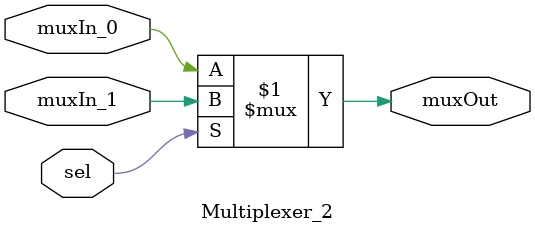
<source format=v>
module Multiplexer_2(	// file.cleaned.mlir:2:3
  input  muxIn_0,	// file.cleaned.mlir:2:31
         muxIn_1,	// file.cleaned.mlir:2:49
         sel,	// file.cleaned.mlir:2:67
  output muxOut	// file.cleaned.mlir:2:82
);

  assign muxOut = sel ? muxIn_1 : muxIn_0;	// file.cleaned.mlir:3:10, :4:5
endmodule


</source>
